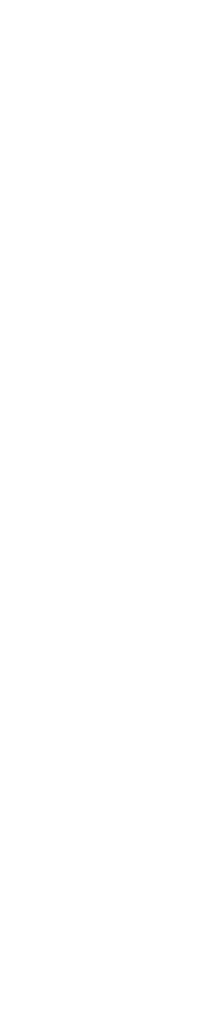
<source format=gbp>
%FSLAX44Y44*%
%MOMM*%
G71*
G01*
G75*
G04 Layer_Color=128*
%ADD10O,0.6101X2.0320*%
%ADD11O,0.6096X2.0320*%
%ADD12O,0.3000X0.9901*%
%ADD13R,0.3000X0.9901*%
%ADD14C,0.3000*%
%ADD15C,0.5999*%
%ADD16R,0.5100X2.0201*%
%ADD17R,1.4501X1.2499*%
%ADD18R,1.2499X1.4501*%
%ADD19R,3.0000X2.8001*%
%ADD20C,1.5001*%
%ADD21C,0.5001*%
%ADD22C,0.3000*%
%ADD23C,0.5999*%
%ADD24C,0.3010*%
%ADD25C,0.4001*%
%ADD26C,0.3099*%
%ADD27C,0.1501*%
%ADD28C,1.0000*%
%ADD29C,0.3500*%
%ADD30C,0.1999*%
%ADD31C,0.7000*%
%ADD32C,1.0000*%
%ADD33O,1.5001X2.0000*%
%ADD34C,0.6000*%
%ADD35C,0.0201*%
%ADD36C,0.2540*%
%ADD37C,0.1270*%
%ADD38C,0.0000*%
%ADD39O,0.8133X2.2352*%
%ADD40O,0.8128X2.2352*%
%ADD41O,0.5032X1.1933*%
%ADD42R,0.5032X1.1933*%
%ADD43C,0.5032*%
%ADD44C,0.8032*%
%ADD45R,0.7099X2.2200*%
%ADD46R,1.6500X1.4498*%
%ADD47R,1.4501X1.6502*%
%ADD48R,3.1999X3.0000*%
%ADD49C,2.5001*%
%ADD50C,1.1999*%
%ADD51C,1.2032*%
%ADD52C,0.5499*%
%ADD53O,1.7033X2.2032*%
%ADD54O,1.7033X2.2032*%
%ADD55C,0.2001*%
%ADD56C,0.2032*%
%ADD57C,1.7272*%
G54D38*
X2009112Y11490526D02*
D03*
D03*
X2208403Y10542833D02*
D03*
X2208378Y10590840D02*
D03*
M02*

</source>
